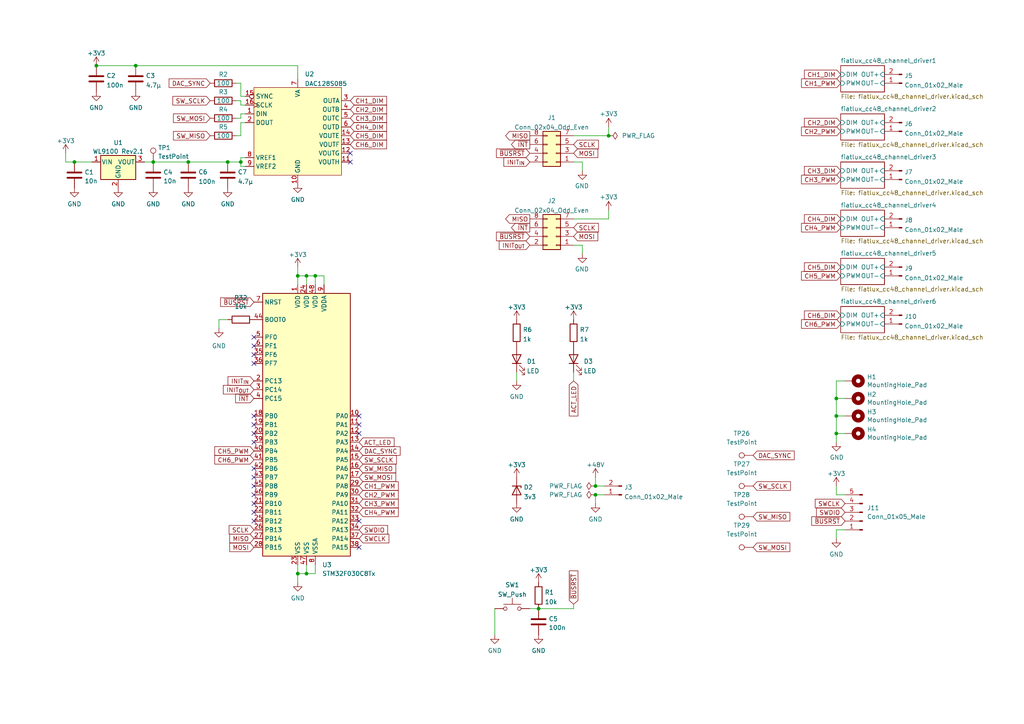
<source format=kicad_sch>
(kicad_sch (version 20211123) (generator eeschema)
  (paper "A4")
  (lib_symbols
    (symbol "Connector:Conn_01x02_Male" (pin_names (offset 1.016) hide)
      (property "Reference" "J" (at 0 2.54 0))
      (property "Value" "Conn_01x02_Male" (at 0 -5.08 0))
      (symbol "Conn_01x02_Male_1_1"
        (polyline (pts (xy 1.27 -2.54) (xy 0.8636 -2.54)) (stroke (width 0.1524)))
        (polyline (pts (xy 1.27 0) (xy 0.8636 0)) (stroke (width 0.1524)))
        (rectangle (start 0.8636 -2.413) (end 0 -2.667) (stroke (width 0.1524)) (fill (type outline)))
        (rectangle (start 0.8636 0.127) (end 0 -0.127) (stroke (width 0.1524)) (fill (type outline)))
        (pin passive line (at 5.08 0 180) (length 3.81) (name "Pin_1") (number "1"))
        (pin passive line (at 5.08 -2.54 180) (length 3.81) (name "Pin_2") (number "2"))
      )
    )
    (symbol "Connector:Conn_01x05_Male" (pin_names (offset 1.016) hide)
      (property "Reference" "J" (at 0 7.62 0))
      (property "Value" "Conn_01x05_Male" (at 0 -7.62 0))
      (symbol "Conn_01x05_Male_1_1"
        (polyline (pts (xy 1.27 -5.08) (xy 0.8636 -5.08)) (stroke (width 0.1524)))
        (polyline (pts (xy 1.27 -2.54) (xy 0.8636 -2.54)) (stroke (width 0.1524)))
        (polyline (pts (xy 1.27 0) (xy 0.8636 0)) (stroke (width 0.1524)))
        (polyline (pts (xy 1.27 2.54) (xy 0.8636 2.54)) (stroke (width 0.1524)))
        (polyline (pts (xy 1.27 5.08) (xy 0.8636 5.08)) (stroke (width 0.1524)))
        (rectangle (start 0.8636 -4.953) (end 0 -5.207) (stroke (width 0.1524)) (fill (type outline)))
        (rectangle (start 0.8636 -2.413) (end 0 -2.667) (stroke (width 0.1524)) (fill (type outline)))
        (rectangle (start 0.8636 0.127) (end 0 -0.127) (stroke (width 0.1524)) (fill (type outline)))
        (rectangle (start 0.8636 2.667) (end 0 2.413) (stroke (width 0.1524)) (fill (type outline)))
        (rectangle (start 0.8636 5.207) (end 0 4.953) (stroke (width 0.1524)) (fill (type outline)))
        (pin passive line (at 5.08 5.08 180) (length 3.81) (name "Pin_1") (number "1"))
        (pin passive line (at 5.08 2.54 180) (length 3.81) (name "Pin_2") (number "2"))
        (pin passive line (at 5.08 0 180) (length 3.81) (name "Pin_3") (number "3"))
        (pin passive line (at 5.08 -2.54 180) (length 3.81) (name "Pin_4") (number "4"))
        (pin passive line (at 5.08 -5.08 180) (length 3.81) (name "Pin_5") (number "5"))
      )
    )
    (symbol "Connector:TestPoint" (pin_numbers hide) (pin_names (offset 0.762) hide)
      (property "Reference" "TP" (at 0 6.858 0))
      (property "Value" "TestPoint" (at 0 5.08 0))
      (symbol "TestPoint_0_1"
        (circle (center 0 3.302) (radius 0.762))
      )
      (symbol "TestPoint_1_1"
        (pin passive line (at 0 0 90) (length 2.54) (name "1") (number "1"))
      )
    )
    (symbol "Connector_Generic:Conn_02x04_Odd_Even" (pin_names (offset 1.016) hide)
      (property "Reference" "J" (at 1.27 5.08 0))
      (property "Value" "Conn_02x04_Odd_Even" (at 1.27 -7.62 0))
      (symbol "Conn_02x04_Odd_Even_1_1"
        (rectangle (start -1.27 -4.953) (end 0 -5.207) (stroke (width 0.1524)))
        (rectangle (start -1.27 -2.413) (end 0 -2.667) (stroke (width 0.1524)))
        (rectangle (start -1.27 0.127) (end 0 -0.127) (stroke (width 0.1524)))
        (rectangle (start -1.27 2.667) (end 0 2.413) (stroke (width 0.1524)))
        (rectangle (start -1.27 3.81) (end 3.81 -6.35) (stroke (width 0.254)) (fill (type background)))
        (rectangle (start 3.81 -4.953) (end 2.54 -5.207) (stroke (width 0.1524)))
        (rectangle (start 3.81 -2.413) (end 2.54 -2.667) (stroke (width 0.1524)))
        (rectangle (start 3.81 0.127) (end 2.54 -0.127) (stroke (width 0.1524)))
        (rectangle (start 3.81 2.667) (end 2.54 2.413) (stroke (width 0.1524)))
        (pin passive line (at -5.08 2.54 0) (length 3.81) (name "Pin_1") (number "1"))
        (pin passive line (at 7.62 2.54 180) (length 3.81) (name "Pin_2") (number "2"))
        (pin passive line (at -5.08 0 0) (length 3.81) (name "Pin_3") (number "3"))
        (pin passive line (at 7.62 0 180) (length 3.81) (name "Pin_4") (number "4"))
        (pin passive line (at -5.08 -2.54 0) (length 3.81) (name "Pin_5") (number "5"))
        (pin passive line (at 7.62 -2.54 180) (length 3.81) (name "Pin_6") (number "6"))
        (pin passive line (at -5.08 -5.08 0) (length 3.81) (name "Pin_7") (number "7"))
        (pin passive line (at 7.62 -5.08 180) (length 3.81) (name "Pin_8") (number "8"))
      )
    )
    (symbol "Device:C" (pin_numbers hide) (pin_names (offset 0.254))
      (property "Reference" "C" (at 0.635 2.54 0))
      (property "Value" "C" (at 0.635 -2.54 0))
      (symbol "C_0_1"
        (polyline (pts (xy -2.032 -0.762) (xy 2.032 -0.762)) (stroke (width 0.508)))
        (polyline (pts (xy -2.032 0.762) (xy 2.032 0.762)) (stroke (width 0.508)))
      )
      (symbol "C_1_1"
        (pin passive line (at 0 3.81 270) (length 2.794) (name "~") (number "1"))
        (pin passive line (at 0 -3.81 90) (length 2.794) (name "~") (number "2"))
      )
    )
    (symbol "Device:D_Zener" (pin_numbers hide) (pin_names (offset 1.016) hide)
      (property "Reference" "D" (at 0 2.54 0))
      (property "Value" "D_Zener" (at 0 -2.54 0))
      (symbol "D_Zener_0_1"
        (polyline (pts (xy 1.27 0) (xy -1.27 0)))
        (polyline (pts (xy -1.27 -1.27) (xy -1.27 1.27) (xy -0.762 1.27)) (stroke (width 0.254)))
        (polyline (pts (xy 1.27 -1.27) (xy 1.27 1.27) (xy -1.27 0) (xy 1.27 -1.27)) (stroke (width 0.254)))
      )
      (symbol "D_Zener_1_1"
        (pin passive line (at -3.81 0 0) (length 2.54) (name "K") (number "1"))
        (pin passive line (at 3.81 0 180) (length 2.54) (name "A") (number "2"))
      )
    )
    (symbol "Device:LED" (pin_numbers hide) (pin_names (offset 1.016) hide)
      (property "Reference" "D" (at 0 2.54 0))
      (property "Value" "LED" (at 0 -2.54 0))
      (symbol "LED_0_1"
        (polyline (pts (xy -1.27 -1.27) (xy -1.27 1.27)) (stroke (width 0.254)))
        (polyline (pts (xy -1.27 0) (xy 1.27 0)))
        (polyline (pts (xy 1.27 -1.27) (xy 1.27 1.27) (xy -1.27 0) (xy 1.27 -1.27)) (stroke (width 0.254)))
        (polyline (pts (xy -3.048 -0.762) (xy -4.572 -2.286) (xy -3.81 -2.286) (xy -4.572 -2.286) (xy -4.572 -1.524)))
        (polyline (pts (xy -1.778 -0.762) (xy -3.302 -2.286) (xy -2.54 -2.286) (xy -3.302 -2.286) (xy -3.302 -1.524)))
      )
      (symbol "LED_1_1"
        (pin passive line (at -3.81 0 0) (length 2.54) (name "K") (number "1"))
        (pin passive line (at 3.81 0 180) (length 2.54) (name "A") (number "2"))
      )
    )
    (symbol "Device:R" (pin_numbers hide) (pin_names (offset 0))
      (property "Reference" "R" (at 2.032 0 90))
      (property "Value" "R" (at 0 0 90))
      (symbol "R_0_1"
        (rectangle (start -1.016 -2.54) (end 1.016 2.54) (stroke (width 0.254)))
      )
      (symbol "R_1_1"
        (pin passive line (at 0 3.81 270) (length 1.27) (name "~") (number "1"))
        (pin passive line (at 0 -3.81 90) (length 1.27) (name "~") (number "2"))
      )
    )
    (symbol "Library:DAC128S085"
      (property "Reference" "U" (at 0 -1.27 0))
      (property "Value" "DAC128S085" (at 0 1.27 0))
      (symbol "DAC128S085_0_1"
        (rectangle (start -12.7 12.7) (end 12.7 -12.7) (stroke (width 0.1524)) (fill (type background)))
      )
      (symbol "DAC128S085_1_1"
        (pin input line (at -15.24 5.08 0) (length 2.54) (name "DIN") (number "1"))
        (pin power_in line (at 0 -15.24 90) (length 2.54) (name "GND") (number "10"))
        (pin output line (at 15.24 -8.89 180) (length 2.54) (name "VOUTH") (number "11"))
        (pin output line (at 15.24 -6.35 180) (length 2.54) (name "VOUTG") (number "12"))
        (pin output line (at 15.24 -3.81 180) (length 2.54) (name "VOUTF") (number "13"))
        (pin output line (at 15.24 -1.27 180) (length 2.54) (name "VOUTE") (number "14"))
        (pin input inverted (at -15.24 10.16 0) (length 2.54) (name "SYNC") (number "15"))
        (pin input clock (at -15.24 7.62 0) (length 2.54) (name "SCLK") (number "16"))
        (pin output line (at -15.24 2.54 0) (length 2.54) (name "DOUT") (number "2"))
        (pin output line (at 15.24 8.89 180) (length 2.54) (name "OUTA") (number "3"))
        (pin output line (at 15.24 6.35 180) (length 2.54) (name "OUTB") (number "4"))
        (pin output line (at 15.24 3.81 180) (length 2.54) (name "OUTC") (number "5"))
        (pin output line (at 15.24 1.27 180) (length 2.54) (name "OUTD") (number "6"))
        (pin power_in line (at 0 15.24 270) (length 2.54) (name "VA") (number "7"))
        (pin input line (at -15.24 -7.62 0) (length 2.54) (name "VREF1") (number "8"))
        (pin input line (at -15.24 -10.16 0) (length 2.54) (name "VREF2") (number "9"))
      )
    )
    (symbol "MCU_ST_STM32F0:STM32F030C8Tx"
      (property "Reference" "U" (at -12.7 39.37 0))
      (property "Value" "STM32F030C8Tx" (at 7.62 39.37 0))
      (symbol "STM32F030C8Tx_0_1"
        (rectangle (start -12.7 -38.1) (end 12.7 38.1) (stroke (width 0.254)) (fill (type background)))
      )
      (symbol "STM32F030C8Tx_1_1"
        (pin power_in line (at -2.54 40.64 270) (length 2.54) (name "VDD") (number "1"))
        (pin bidirectional line (at 15.24 2.54 180) (length 2.54) (name "PA0") (number "10"))
        (pin bidirectional line (at 15.24 0 180) (length 2.54) (name "PA1") (number "11"))
        (pin bidirectional line (at 15.24 -2.54 180) (length 2.54) (name "PA2") (number "12"))
        (pin bidirectional line (at 15.24 -5.08 180) (length 2.54) (name "PA3") (number "13"))
        (pin bidirectional line (at 15.24 -7.62 180) (length 2.54) (name "PA4") (number "14"))
        (pin bidirectional line (at 15.24 -10.16 180) (length 2.54) (name "PA5") (number "15"))
        (pin bidirectional line (at 15.24 -12.7 180) (length 2.54) (name "PA6") (number "16"))
        (pin bidirectional line (at 15.24 -15.24 180) (length 2.54) (name "PA7") (number "17"))
        (pin bidirectional line (at -15.24 2.54 0) (length 2.54) (name "PB0") (number "18"))
        (pin bidirectional line (at -15.24 0 0) (length 2.54) (name "PB1") (number "19"))
        (pin bidirectional line (at -15.24 12.7 0) (length 2.54) (name "PC13") (number "2"))
        (pin bidirectional line (at -15.24 -2.54 0) (length 2.54) (name "PB2") (number "20"))
        (pin bidirectional line (at -15.24 -22.86 0) (length 2.54) (name "PB10") (number "21"))
        (pin bidirectional line (at -15.24 -25.4 0) (length 2.54) (name "PB11") (number "22"))
        (pin power_in line (at -2.54 -40.64 90) (length 2.54) (name "VSS") (number "23"))
        (pin power_in line (at 0 40.64 270) (length 2.54) (name "VDD") (number "24"))
        (pin bidirectional line (at -15.24 -27.94 0) (length 2.54) (name "PB12") (number "25"))
        (pin bidirectional line (at -15.24 -30.48 0) (length 2.54) (name "PB13") (number "26"))
        (pin bidirectional line (at -15.24 -33.02 0) (length 2.54) (name "PB14") (number "27"))
        (pin bidirectional line (at -15.24 -35.56 0) (length 2.54) (name "PB15") (number "28"))
        (pin bidirectional line (at 15.24 -17.78 180) (length 2.54) (name "PA8") (number "29"))
        (pin bidirectional line (at -15.24 10.16 0) (length 2.54) (name "PC14") (number "3"))
        (pin bidirectional line (at 15.24 -20.32 180) (length 2.54) (name "PA9") (number "30"))
        (pin bidirectional line (at 15.24 -22.86 180) (length 2.54) (name "PA10") (number "31"))
        (pin bidirectional line (at 15.24 -25.4 180) (length 2.54) (name "PA11") (number "32"))
        (pin bidirectional line (at 15.24 -27.94 180) (length 2.54) (name "PA12") (number "33"))
        (pin bidirectional line (at 15.24 -30.48 180) (length 2.54) (name "PA13") (number "34"))
        (pin bidirectional line (at -15.24 20.32 0) (length 2.54) (name "PF6") (number "35"))
        (pin bidirectional line (at -15.24 17.78 0) (length 2.54) (name "PF7") (number "36"))
        (pin bidirectional line (at 15.24 -33.02 180) (length 2.54) (name "PA14") (number "37"))
        (pin bidirectional line (at 15.24 -35.56 180) (length 2.54) (name "PA15") (number "38"))
        (pin bidirectional line (at -15.24 -5.08 0) (length 2.54) (name "PB3") (number "39"))
        (pin bidirectional line (at -15.24 7.62 0) (length 2.54) (name "PC15") (number "4"))
        (pin bidirectional line (at -15.24 -7.62 0) (length 2.54) (name "PB4") (number "40"))
        (pin bidirectional line (at -15.24 -10.16 0) (length 2.54) (name "PB5") (number "41"))
        (pin bidirectional line (at -15.24 -12.7 0) (length 2.54) (name "PB6") (number "42"))
        (pin bidirectional line (at -15.24 -15.24 0) (length 2.54) (name "PB7") (number "43"))
        (pin input line (at -15.24 30.48 0) (length 2.54) (name "BOOT0") (number "44"))
        (pin bidirectional line (at -15.24 -17.78 0) (length 2.54) (name "PB8") (number "45"))
        (pin bidirectional line (at -15.24 -20.32 0) (length 2.54) (name "PB9") (number "46"))
        (pin power_in line (at 0 -40.64 90) (length 2.54) (name "VSS") (number "47"))
        (pin power_in line (at 2.54 40.64 270) (length 2.54) (name "VDD") (number "48"))
        (pin input line (at -15.24 25.4 0) (length 2.54) (name "PF0") (number "5"))
        (pin input line (at -15.24 22.86 0) (length 2.54) (name "PF1") (number "6"))
        (pin input line (at -15.24 35.56 0) (length 2.54) (name "NRST") (number "7"))
        (pin power_in line (at 2.54 -40.64 90) (length 2.54) (name "VSSA") (number "8"))
        (pin power_in line (at 5.08 40.64 270) (length 2.54) (name "VDDA") (number "9"))
      )
    )
    (symbol "Mechanical:MountingHole_Pad" (pin_numbers hide) (pin_names (offset 1.016) hide)
      (property "Reference" "H" (at 0 6.35 0))
      (property "Value" "MountingHole_Pad" (at 0 4.445 0))
      (symbol "MountingHole_Pad_0_1"
        (circle (center 0 1.27) (radius 1.27) (stroke (width 1.27)))
      )
      (symbol "MountingHole_Pad_1_1"
        (pin input line (at 0 -2.54 90) (length 2.54) (name "1") (number "1"))
      )
    )
    (symbol "Regulator_Linear:AP2204R-3.0" (pin_names (offset 0.254))
      (property "Reference" "U" (at -5.08 3.175 0))
      (property "Value" "AP2204R-3.0" (at 0 3.175 0))
      (symbol "AP2204R-3.0_0_1"
        (rectangle (start -5.08 1.905) (end 5.08 -5.08) (stroke (width 0.254)) (fill (type background)))
      )
      (symbol "AP2204R-3.0_1_1"
        (pin power_in line (at -7.62 0 0) (length 2.54) (name "VIN") (number "1"))
        (pin power_in line (at 0 -7.62 90) (length 2.54) (name "GND") (number "2"))
        (pin power_out line (at 7.62 0 180) (length 2.54) (name "VOUT") (number "3"))
      )
    )
    (symbol "Switch:SW_Push" (pin_numbers hide) (pin_names (offset 1.016) hide)
      (property "Reference" "SW" (at 1.27 2.54 0))
      (property "Value" "SW_Push" (at 0 -1.524 0))
      (symbol "SW_Push_0_1"
        (circle (center -2.032 0) (radius 0.508))
        (polyline (pts (xy 0 1.27) (xy 0 3.048)))
        (polyline (pts (xy 2.54 1.27) (xy -2.54 1.27)))
        (circle (center 2.032 0) (radius 0.508))
        (pin passive line (at -5.08 0 0) (length 2.54) (name "1") (number "1"))
        (pin passive line (at 5.08 0 180) (length 2.54) (name "2") (number "2"))
      )
    )
    (symbol "library:DAC128S085"
      (property "Reference" "U2" (at 2.0194 16.6157 0))
      (property "Value" "DAC128S085" (at 2.0194 13.8406 0))
      (symbol "DAC128S085_0_1"
        (rectangle (start -12.7 12.7) (end 12.7 -12.7) (stroke (width 0.1524)) (fill (type background)))
      )
      (symbol "DAC128S085_1_1"
        (pin input line (at -15.24 5.08 0) (length 2.54) (name "DIN") (number "1"))
        (pin power_in line (at 0 -15.24 90) (length 2.54) (name "GND") (number "10"))
        (pin output line (at 15.24 -8.89 180) (length 2.54) (name "VOUTH") (number "11"))
        (pin output line (at 15.24 -6.35 180) (length 2.54) (name "VOUTG") (number "12"))
        (pin output line (at 15.24 -3.81 180) (length 2.54) (name "VOUTF") (number "13"))
        (pin output line (at 15.24 -1.27 180) (length 2.54) (name "VOUTE") (number "14"))
        (pin input inverted (at -15.24 10.16 0) (length 2.54) (name "SYNC") (number "15"))
        (pin input clock (at -15.24 7.62 0) (length 2.54) (name "SCLK") (number "16"))
        (pin output line (at -15.24 2.54 0) (length 2.54) (name "DOUT") (number "2"))
        (pin output line (at 15.24 8.89 180) (length 2.54) (name "OUTA") (number "3"))
        (pin output line (at 15.24 6.35 180) (length 2.54) (name "OUTB") (number "4"))
        (pin output line (at 15.24 3.81 180) (length 2.54) (name "OUTC") (number "5"))
        (pin output line (at 15.24 1.27 180) (length 2.54) (name "OUTD") (number "6"))
        (pin power_in line (at 0 15.24 270) (length 2.54) (name "VA") (number "7"))
        (pin input line (at -15.24 -7.62 0) (length 2.54) (name "VREF1") (number "8"))
        (pin input line (at -15.24 -10.16 0) (length 2.54) (name "VREF2") (number "9"))
      )
    )
    (symbol "power:+3.3V" (power) (pin_names (offset 0))
      (property "Value" "+3.3V" (at 0 3.556 0))
      (symbol "+3.3V_0_1"
        (polyline (pts (xy -0.762 1.27) (xy 0 2.54)))
        (polyline (pts (xy 0 0) (xy 0 2.54)))
        (polyline (pts (xy 0 2.54) (xy 0.762 1.27)))
      )
      (symbol "+3.3V_1_1"
        (pin power_in line (at 0 0 90) (length 0) hide (name "+3V3") (number "1"))
      )
    )
    (symbol "power:+3V3" (power) (pin_names (offset 0))
      (property "Value" "+3V3" (at 0 3.556 0))
      (symbol "+3V3_0_1"
        (polyline (pts (xy -0.762 1.27) (xy 0 2.54)))
        (polyline (pts (xy 0 0) (xy 0 2.54)))
        (polyline (pts (xy 0 2.54) (xy 0.762 1.27)))
      )
      (symbol "+3V3_1_1"
        (pin power_in line (at 0 0 90) (length 0) hide (name "+3V3") (number "1"))
      )
    )
    (symbol "power:+48V" (power) (pin_names (offset 0))
      (property "Value" "+48V" (at 0 3.556 0))
      (symbol "+48V_0_1"
        (polyline (pts (xy -0.762 1.27) (xy 0 2.54)))
        (polyline (pts (xy 0 0) (xy 0 2.54)))
        (polyline (pts (xy 0 2.54) (xy 0.762 1.27)))
      )
      (symbol "+48V_1_1"
        (pin power_in line (at 0 0 90) (length 0) hide (name "+48V") (number "1"))
      )
    )
    (symbol "power:GND" (power) (pin_names (offset 0))
      (property "Value" "GND" (at 0 -3.81 0))
      (symbol "GND_0_1"
        (polyline (pts (xy 0 0) (xy 0 -1.27) (xy 1.27 -1.27) (xy 0 -2.54) (xy -1.27 -1.27) (xy 0 -1.27)))
      )
      (symbol "GND_1_1"
        (pin power_in line (at 0 0 270) (length 0) hide (name "GND") (number "1"))
      )
    )
    (symbol "power:PWR_FLAG" (power) (pin_numbers hide) (pin_names (offset 0) hide)
      (property "Value" "PWR_FLAG" (at 0 3.81 0))
      (symbol "PWR_FLAG_0_0"
        (pin power_out line (at 0 0 90) (length 0) (name "pwr") (number "1"))
      )
      (symbol "PWR_FLAG_0_1"
        (polyline (pts (xy 0 0) (xy 0 1.27) (xy -1.016 1.905) (xy 0 2.54) (xy 1.016 1.905) (xy 0 1.27)))
      )
    )
  )
  (junction (at 44.45 46.99))
  (junction (at 242.57 115.57))
  (junction (at 172.72 140.97))
  (junction (at 66.04 46.99))
  (junction (at 39.37 19.05))
  (junction (at 88.9 166.37))
  (junction (at 69.85 46.99))
  (junction (at 88.9 80.01))
  (junction (at 86.36 166.37))
  (junction (at 21.59 46.99))
  (junction (at 242.57 125.73))
  (junction (at 172.72 143.51))
  (junction (at 54.61 46.99))
  (junction (at 91.44 80.01))
  (junction (at 27.94 19.05))
  (junction (at 242.57 120.65))
  (junction (at 156.21 176.53))
  (junction (at 176.53 39.37))
  (junction (at 86.36 80.01))
  (no_connect (at 101.6 44.45))
  (no_connect (at 101.6 46.99))
  (no_connect (at 104.14 151.13))
  (no_connect (at 104.14 158.75))
  (no_connect (at 104.14 125.73))
  (no_connect (at 104.14 123.19))
  (no_connect (at 104.14 120.65))
  (no_connect (at 73.66 97.79))
  (no_connect (at 73.66 100.33))
  (no_connect (at 73.66 102.87))
  (no_connect (at 73.66 105.41))
  (no_connect (at 73.66 120.65))
  (no_connect (at 73.66 123.19))
  (no_connect (at 73.66 125.73))
  (no_connect (at 73.66 128.27))
  (no_connect (at 73.66 135.89))
  (no_connect (at 73.66 138.43))
  (no_connect (at 73.66 140.97))
  (no_connect (at 73.66 143.51))
  (no_connect (at 73.66 146.05))
  (no_connect (at 73.66 148.59))
  (no_connect (at 73.66 151.13))
  (wire (pts (xy 88.9 80.01) (xy 91.44 80.01)))
  (wire (pts (xy 69.85 27.94) (xy 69.85 24.13)))
  (wire (pts (xy 86.36 19.05) (xy 86.36 22.86)))
  (wire (pts (xy 27.94 19.05) (xy 39.37 19.05)))
  (wire (pts (xy 69.85 46.99) (xy 69.85 48.26)))
  (wire (pts (xy 176.53 36.83) (xy 176.53 39.37)))
  (wire (pts (xy 69.85 39.37) (xy 68.58 39.37)))
  (wire (pts (xy 39.37 19.05) (xy 86.36 19.05)))
  (wire (pts (xy 19.05 46.99) (xy 21.59 46.99)))
  (wire (pts (xy 242.57 115.57) (xy 242.57 120.65)))
  (wire (pts (xy 69.85 24.13) (xy 68.58 24.13)))
  (wire (pts (xy 242.57 115.57) (xy 245.11 115.57)))
  (wire (pts (xy 166.37 46.99) (xy 168.91 46.99)))
  (wire (pts (xy 66.04 92.71) (xy 63.5 92.71)))
  (wire (pts (xy 88.9 166.37) (xy 91.44 166.37)))
  (wire (pts (xy 69.85 45.72) (xy 69.85 46.99)))
  (wire (pts (xy 86.36 77.47) (xy 86.36 80.01)))
  (wire (pts (xy 66.04 46.99) (xy 69.85 46.99)))
  (wire (pts (xy 172.72 140.97) (xy 175.26 140.97)))
  (wire (pts (xy 242.57 125.73) (xy 242.57 128.27)))
  (wire (pts (xy 44.45 46.99) (xy 54.61 46.99)))
  (wire (pts (xy 176.53 39.37) (xy 166.37 39.37)))
  (wire (pts (xy 242.57 143.51) (xy 245.11 143.51)))
  (wire (pts (xy 41.91 46.99) (xy 44.45 46.99)))
  (wire (pts (xy 242.57 120.65) (xy 245.11 120.65)))
  (wire (pts (xy 168.91 46.99) (xy 168.91 49.53)))
  (wire (pts (xy 69.85 45.72) (xy 71.12 45.72)))
  (wire (pts (xy 242.57 153.67) (xy 245.11 153.67)))
  (wire (pts (xy 156.21 176.53) (xy 166.37 176.53)))
  (wire (pts (xy 86.36 80.01) (xy 88.9 80.01)))
  (wire (pts (xy 21.59 46.99) (xy 26.67 46.99)))
  (wire (pts (xy 175.26 143.51) (xy 172.72 143.51)))
  (wire (pts (xy 69.85 30.48) (xy 71.12 30.48)))
  (wire (pts (xy 168.91 71.12) (xy 168.91 73.66)))
  (wire (pts (xy 153.67 176.53) (xy 156.21 176.53)))
  (wire (pts (xy 242.57 110.49) (xy 242.57 115.57)))
  (wire (pts (xy 143.51 176.53) (xy 143.51 184.15)))
  (wire (pts (xy 176.53 63.5) (xy 166.37 63.5)))
  (wire (pts (xy 172.72 138.43) (xy 172.72 140.97)))
  (wire (pts (xy 88.9 163.83) (xy 88.9 166.37)))
  (wire (pts (xy 71.12 48.26) (xy 69.85 48.26)))
  (wire (pts (xy 69.85 33.02) (xy 69.85 34.29)))
  (wire (pts (xy 71.12 33.02) (xy 69.85 33.02)))
  (wire (pts (xy 69.85 29.21) (xy 69.85 30.48)))
  (wire (pts (xy 91.44 166.37) (xy 91.44 163.83)))
  (wire (pts (xy 63.5 92.71) (xy 63.5 95.25)))
  (wire (pts (xy 176.53 60.96) (xy 176.53 63.5)))
  (wire (pts (xy 149.86 107.95) (xy 149.86 110.49)))
  (wire (pts (xy 245.11 110.49) (xy 242.57 110.49)))
  (wire (pts (xy 71.12 27.94) (xy 69.85 27.94)))
  (wire (pts (xy 86.36 166.37) (xy 88.9 166.37)))
  (wire (pts (xy 71.12 35.56) (xy 69.85 35.56)))
  (wire (pts (xy 86.36 166.37) (xy 86.36 168.91)))
  (wire (pts (xy 68.58 34.29) (xy 69.85 34.29)))
  (wire (pts (xy 172.72 143.51) (xy 172.72 146.05)))
  (wire (pts (xy 91.44 80.01) (xy 91.44 82.55)))
  (wire (pts (xy 86.36 163.83) (xy 86.36 166.37)))
  (wire (pts (xy 166.37 71.12) (xy 168.91 71.12)))
  (wire (pts (xy 245.11 125.73) (xy 242.57 125.73)))
  (wire (pts (xy 166.37 175.26) (xy 166.37 176.53)))
  (wire (pts (xy 91.44 80.01) (xy 93.98 80.01)))
  (wire (pts (xy 242.57 153.67) (xy 242.57 156.21)))
  (wire (pts (xy 68.58 29.21) (xy 69.85 29.21)))
  (wire (pts (xy 88.9 80.01) (xy 88.9 82.55)))
  (wire (pts (xy 19.05 46.99) (xy 19.05 44.45)))
  (wire (pts (xy 242.57 120.65) (xy 242.57 125.73)))
  (wire (pts (xy 166.37 107.95) (xy 166.37 110.49)))
  (wire (pts (xy 93.98 80.01) (xy 93.98 82.55)))
  (wire (pts (xy 54.61 46.99) (xy 66.04 46.99)))
  (wire (pts (xy 242.57 140.97) (xy 242.57 143.51)))
  (wire (pts (xy 69.85 35.56) (xy 69.85 39.37)))
  (wire (pts (xy 86.36 82.55) (xy 86.36 80.01)))
  (global_label "CH6_DIM" (shape input) (at 243.84 91.44 180) (property "Intersheet References" "${INTERSHEET_REFS}" (effects hide)))
  (global_label "SW_SCLK" (shape input) (at 60.96 29.21 180) (property "Intersheet References" "${INTERSHEET_REFS}" (effects hide)))
  (global_label "INIT_{OUT}" (shape input) (at 153.67 71.12 180) (property "Referenzen zwischen Schaltplänen" "${INTERSHEET_REFS}" (effects hide)))
  (global_label "~{BUSRST}" (shape input) (at 73.66 87.63 180) (property "Referenzen zwischen Schaltplänen" "${INTERSHEET_REFS}" (effects hide)))
  (global_label "SWCLK" (shape input) (at 104.14 156.21 0) (property "Intersheet References" "${INTERSHEET_REFS}" (effects hide)))
  (global_label "CH2_DIM" (shape input) (at 101.6 31.75 0) (property "Intersheet References" "${INTERSHEET_REFS}" (effects hide)))
  (global_label "CH5_PWM" (shape input) (at 73.66 130.81 180) (property "Intersheet References" "${INTERSHEET_REFS}" (effects hide)))
  (global_label "CH5_DIM" (shape input) (at 243.84 77.47 180) (property "Intersheet References" "${INTERSHEET_REFS}" (effects hide)))
  (global_label "SWDIO" (shape input) (at 104.14 153.67 0) (property "Intersheet References" "${INTERSHEET_REFS}" (effects hide)))
  (global_label "SWDIO" (shape input) (at 245.11 148.59 180) (property "Intersheet References" "${INTERSHEET_REFS}" (effects hide)))
  (global_label "SCLK" (shape input) (at 166.37 66.04 0) (property "Referenzen zwischen Schaltplänen" "${INTERSHEET_REFS}" (effects hide)))
  (global_label "MOSI" (shape input) (at 166.37 68.58 0) (property "Referenzen zwischen Schaltplänen" "${INTERSHEET_REFS}" (effects hide)))
  (global_label "SW_MISO" (shape input) (at 104.14 135.89 0) (property "Intersheet References" "${INTERSHEET_REFS}" (effects hide)))
  (global_label "SW_MOSI" (shape input) (at 104.14 138.43 0) (property "Intersheet References" "${INTERSHEET_REFS}" (effects hide)))
  (global_label "CH2_PWM" (shape input) (at 104.14 143.51 0) (property "Intersheet References" "${INTERSHEET_REFS}" (effects hide)))
  (global_label "CH4_PWM" (shape input) (at 104.14 148.59 0) (property "Intersheet References" "${INTERSHEET_REFS}" (effects hide)))
  (global_label "ACT_LED" (shape input) (at 166.37 110.49 270) (property "Intersheet References" "${INTERSHEET_REFS}" (effects hide)))
  (global_label "INIT_{IN}" (shape input) (at 153.67 46.99 180) (property "Referenzen zwischen Schaltplänen" "${INTERSHEET_REFS}" (effects hide)))
  (global_label "SCLK" (shape input) (at 166.37 41.91 0) (property "Referenzen zwischen Schaltplänen" "${INTERSHEET_REFS}" (effects hide)))
  (global_label "MOSI" (shape input) (at 166.37 44.45 0) (property "Referenzen zwischen Schaltplänen" "${INTERSHEET_REFS}" (effects hide)))
  (global_label "~{INT}" (shape output) (at 153.67 41.91 180) (property "Referenzen zwischen Schaltplänen" "${INTERSHEET_REFS}" (effects hide)))
  (global_label "CH1_DIM" (shape input) (at 101.6 29.21 0) (property "Intersheet References" "${INTERSHEET_REFS}" (effects hide)))
  (global_label "SW_SCLK" (shape input) (at 218.44 140.97 0) (property "Intersheet References" "${INTERSHEET_REFS}" (effects hide)))
  (global_label "CH3_DIM" (shape input) (at 101.6 34.29 0) (property "Intersheet References" "${INTERSHEET_REFS}" (effects hide)))
  (global_label "SW_MOSI" (shape input) (at 60.96 34.29 180) (property "Intersheet References" "${INTERSHEET_REFS}" (effects hide)))
  (global_label "MISO" (shape output) (at 153.67 63.5 180) (property "Referenzen zwischen Schaltplänen" "${INTERSHEET_REFS}" (effects hide)))
  (global_label "~{INT}" (shape output) (at 153.67 66.04 180) (property "Referenzen zwischen Schaltplänen" "${INTERSHEET_REFS}" (effects hide)))
  (global_label "SWCLK" (shape input) (at 245.11 146.05 180) (property "Intersheet References" "${INTERSHEET_REFS}" (effects hide)))
  (global_label "CH6_PWM" (shape input) (at 243.84 93.98 180) (property "Intersheet References" "${INTERSHEET_REFS}" (effects hide)))
  (global_label "CH3_DIM" (shape input) (at 243.84 49.53 180) (property "Intersheet References" "${INTERSHEET_REFS}" (effects hide)))
  (global_label "CH3_PWM" (shape input) (at 104.14 146.05 0) (property "Intersheet References" "${INTERSHEET_REFS}" (effects hide)))
  (global_label "CH1_PWM" (shape input) (at 104.14 140.97 0) (property "Intersheet References" "${INTERSHEET_REFS}" (effects hide)))
  (global_label "MOSI" (shape input) (at 73.66 158.75 180) (property "Intersheet References" "${INTERSHEET_REFS}" (effects hide)))
  (global_label "SW_SCLK" (shape input) (at 104.14 133.35 0) (property "Intersheet References" "${INTERSHEET_REFS}" (effects hide)))
  (global_label "CH4_DIM" (shape input) (at 243.84 63.5 180) (property "Intersheet References" "${INTERSHEET_REFS}" (effects hide)))
  (global_label "DAC_SYNC" (shape input) (at 60.96 24.13 180) (property "Intersheet References" "${INTERSHEET_REFS}" (effects hide)))
  (global_label "SCLK" (shape input) (at 73.66 153.67 180) (property "Intersheet References" "${INTERSHEET_REFS}" (effects hide)))
  (global_label "~{BUSRST}" (shape input) (at 153.67 44.45 180) (property "Referenzen zwischen Schaltplänen" "${INTERSHEET_REFS}" (effects hide)))
  (global_label "CH3_PWM" (shape input) (at 243.84 52.07 180) (property "Intersheet References" "${INTERSHEET_REFS}" (effects hide)))
  (global_label "DAC_SYNC" (shape input) (at 104.14 130.81 0) (property "Intersheet References" "${INTERSHEET_REFS}" (effects hide)))
  (global_label "MISO" (shape output) (at 153.67 39.37 180) (property "Referenzen zwischen Schaltplänen" "${INTERSHEET_REFS}" (effects hide)))
  (global_label "CH5_DIM" (shape input) (at 101.6 39.37 0) (property "Intersheet References" "${INTERSHEET_REFS}" (effects hide)))
  (global_label "INIT_{IN}" (shape input) (at 73.66 110.49 180) (property "Intersheet References" "${INTERSHEET_REFS}" (effects hide)))
  (global_label "DAC_SYNC" (shape input) (at 218.44 132.08 0) (property "Intersheet References" "${INTERSHEET_REFS}" (effects hide)))
  (global_label "~{BUSRST}" (shape input) (at 166.37 175.26 90) (property "Referenzen zwischen Schaltplänen" "${INTERSHEET_REFS}" (effects hide)))
  (global_label "CH2_PWM" (shape input) (at 243.84 38.1 180) (property "Intersheet References" "${INTERSHEET_REFS}" (effects hide)))
  (global_label "SW_MISO" (shape input) (at 218.44 149.86 0) (property "Intersheet References" "${INTERSHEET_REFS}" (effects hide)))
  (global_label "SW_MISO" (shape input) (at 60.96 39.37 180) (property "Intersheet References" "${INTERSHEET_REFS}" (effects hide)))
  (global_label "INIT_{OUT}" (shape input) (at 73.66 113.03 180) (property "Intersheet References" "${INTERSHEET_REFS}" (effects hide)))
  (global_label "CH5_PWM" (shape input) (at 243.84 80.01 180) (property "Intersheet References" "${INTERSHEET_REFS}" (effects hide)))
  (global_label "CH2_DIM" (shape input) (at 243.84 35.56 180) (property "Intersheet References" "${INTERSHEET_REFS}" (effects hide)))
  (global_label "CH4_PWM" (shape input) (at 243.84 66.04 180) (property "Intersheet References" "${INTERSHEET_REFS}" (effects hide)))
  (global_label "CH6_PWM" (shape input) (at 73.66 133.35 180) (property "Intersheet References" "${INTERSHEET_REFS}" (effects hide)))
  (global_label "~{INT}" (shape input) (at 73.66 115.57 180) (property "Intersheet References" "${INTERSHEET_REFS}" (effects hide)))
  (global_label "~{BUSRST}" (shape input) (at 245.11 151.13 180) (property "Referenzen zwischen Schaltplänen" "${INTERSHEET_REFS}" (effects hide)))
  (global_label "CH6_DIM" (shape input) (at 101.6 41.91 0) (property "Intersheet References" "${INTERSHEET_REFS}" (effects hide)))
  (global_label "ACT_LED" (shape input) (at 104.14 128.27 0) (property "Intersheet References" "${INTERSHEET_REFS}" (effects hide)))
  (global_label "MISO" (shape input) (at 73.66 156.21 180) (property "Intersheet References" "${INTERSHEET_REFS}" (effects hide)))
  (global_label "CH1_PWM" (shape input) (at 243.84 24.13 180) (property "Intersheet References" "${INTERSHEET_REFS}" (effects hide)))
  (global_label "SW_MOSI" (shape input) (at 218.44 158.75 0) (property "Intersheet References" "${INTERSHEET_REFS}" (effects hide)))
  (global_label "CH1_DIM" (shape input) (at 243.84 21.59 180) (property "Intersheet References" "${INTERSHEET_REFS}" (effects hide)))
  (global_label "~{BUSRST}" (shape input) (at 153.67 68.58 180) (property "Referenzen zwischen Schaltplänen" "${INTERSHEET_REFS}" (effects hide)))
  (global_label "CH4_DIM" (shape input) (at 101.6 36.83 0) (property "Intersheet References" "${INTERSHEET_REFS}" (effects hide)))
  (symbol (lib_id "Mechanical:MountingHole_Pad") (at 247.65 125.73 270) (unit 1)
    (property "Reference" "H4" (at 251.46 124.5616 90) (effects (justify left)))
    (property "Value" "MountingHole_Pad" (at 251.46 126.873 90) (effects (justify left)))
    (property "Footprint" "MountingHole:MountingHole_2.2mm_M2_Pad_Via" (effects hide))
    (property "LCSC" "-" (effects hide))
  )
  (symbol (lib_id "Device:LED") (at 166.37 104.14 90) (unit 1)
    (property "Reference" "D3" (at 169.291 104.819 90) (effects (justify right)))
    (property "Value" "LED" (at 169.291 107.5941 90) (effects (justify right)))
    (property "Footprint" "LED_SMD:LED_0805_2012Metric" (effects hide))
  )
  (symbol (lib_id "power:PWR_FLAG") (at 172.72 140.97 90) (unit 1)
    (property "Reference" "#FLG01" (effects hide))
    (property "Value" "PWR_FLAG" (at 168.91 140.9699 90) (effects (justify left)))
  )
  (symbol (lib_id "Device:C") (at 21.59 50.8 0) (unit 1)
    (property "Reference" "C1" (at 24.511 49.9653 0) (effects (justify left)))
    (property "Value" "10n" (at 24.511 52.5022 0) (effects (justify left)))
    (property "Footprint" "Capacitor_SMD:C_0805_2012Metric" (effects hide))
  )
  (symbol (lib_id "Device:D_Zener") (at 149.86 142.24 270) (unit 1)
    (property "Reference" "D2" (at 151.892 141.3315 90) (effects (justify left)))
    (property "Value" "3v3" (at 151.892 144.1066 90) (effects (justify left)))
    (property "Footprint" "Diode_SMD:D_MiniMELF" (effects hide))
  )
  (symbol (lib_id "Device:R") (at 69.85 92.71 270) (unit 1)
    (property "Reference" "R32" (at 69.85 86.36 90))
    (property "Value" "10k" (at 69.85 88.9 90))
    (property "Footprint" "Resistor_SMD:R_0603_1608Metric" (effects hide))
  )
  (symbol (lib_id "Connector:TestPoint") (at 44.45 46.99 0) (unit 1)
    (property "Reference" "TP1" (at 45.847 42.8533 0) (effects (justify left)))
    (property "Value" "TestPoint" (at 45.847 45.3902 0) (effects (justify left)))
    (property "Footprint" "TestPoint:TestPoint_Pad_D1.0mm" (effects hide))
  )
  (symbol (lib_id "Device:C") (at 27.94 22.86 0) (unit 1)
    (property "Reference" "C2" (at 30.861 21.9515 0) (effects (justify left)))
    (property "Value" "100n" (at 30.861 24.7266 0) (effects (justify left)))
    (property "Footprint" "Capacitor_SMD:C_0805_2012Metric" (effects hide))
  )
  (symbol (lib_id "power:GND") (at 66.04 54.61 0) (unit 1)
    (property "Reference" "#PWR012" (effects hide))
    (property "Value" "GND" (at 66.04 59.1725 0))
  )
  (symbol (lib_id "Device:R") (at 149.86 96.52 0) (unit 1)
    (property "Reference" "R6" (at 151.638 95.6115 0) (effects (justify left)))
    (property "Value" "1k" (at 151.638 98.3866 0) (effects (justify left)))
    (property "Footprint" "Resistor_SMD:R_0603_1608Metric" (effects hide))
  )
  (symbol (lib_id "Connector:TestPoint") (at 218.44 149.86 90) (unit 1)
    (property "Reference" "TP28" (at 215.138 143.51 90))
    (property "Value" "TestPoint" (at 215.138 146.05 90))
    (property "Footprint" "TestPoint:TestPoint_Pad_D1.0mm" (effects hide))
  )
  (symbol (lib_id "Connector:Conn_01x02_Male") (at 261.62 38.1 180) (unit 1)
    (property "Reference" "J6" (at 262.3312 35.9215 0) (effects (justify right)))
    (property "Value" "Conn_01x02_Male" (at 262.3312 38.6966 0) (effects (justify right)))
    (property "Footprint" "TerminalBlock:TerminalBlock_bornier-2_P5.08mm" (effects hide))
  )
  (symbol (lib_id "Connector:Conn_01x02_Male") (at 180.34 143.51 180) (unit 1)
    (property "Reference" "J3" (at 181.0512 141.3315 0) (effects (justify right)))
    (property "Value" "Conn_01x02_Male" (at 181.0512 144.1066 0) (effects (justify right)))
    (property "Footprint" "TerminalBlock:TerminalBlock_bornier-2_P5.08mm" (effects hide))
  )
  (symbol (lib_id "power:+3V3") (at 19.05 44.45 0) (unit 1)
    (property "Reference" "#PWR01" (effects hide))
    (property "Value" "+3V3" (at 19.05 40.8455 0))
  )
  (symbol (lib_id "Mechanical:MountingHole_Pad") (at 247.65 115.57 270) (unit 1)
    (property "Reference" "H2" (at 251.46 114.4016 90) (effects (justify left)))
    (property "Value" "MountingHole_Pad" (at 251.46 116.713 90) (effects (justify left)))
    (property "Footprint" "MountingHole:MountingHole_2.2mm_M2_Pad_Via" (effects hide))
    (property "LCSC" "-" (effects hide))
  )
  (symbol (lib_id "Connector:TestPoint") (at 218.44 158.75 90) (unit 1)
    (property "Reference" "TP29" (at 215.138 152.4 90))
    (property "Value" "TestPoint" (at 215.138 154.94 90))
    (property "Footprint" "TestPoint:TestPoint_Pad_D1.0mm" (effects hide))
  )
  (symbol (lib_id "power:GND") (at 39.37 26.67 0) (unit 1)
    (property "Reference" "#PWR07" (effects hide))
    (property "Value" "GND" (at 39.37 31.2325 0))
  )
  (symbol (lib_id "Device:R") (at 166.37 96.52 0) (unit 1)
    (property "Reference" "R7" (at 168.148 95.6115 0) (effects (justify left)))
    (property "Value" "1k" (at 168.148 98.3866 0) (effects (justify left)))
    (property "Footprint" "Resistor_SMD:R_0603_1608Metric" (effects hide))
  )
  (symbol (lib_id "Connector:Conn_01x02_Male") (at 261.62 80.01 180) (unit 1)
    (property "Reference" "J9" (at 262.3312 77.8315 0) (effects (justify right)))
    (property "Value" "Conn_01x02_Male" (at 262.3312 80.6066 0) (effects (justify right)))
    (property "Footprint" "TerminalBlock:TerminalBlock_bornier-2_P5.08mm" (effects hide))
  )
  (symbol (lib_id "Connector:TestPoint") (at 218.44 140.97 90) (unit 1)
    (property "Reference" "TP27" (at 215.138 134.62 90))
    (property "Value" "TestPoint" (at 215.138 137.16 90))
    (property "Footprint" "TestPoint:TestPoint_Pad_D1.0mm" (effects hide))
  )
  (symbol (lib_id "power:GND") (at 242.57 128.27 0) (unit 1)
    (property "Reference" "#PWR029" (effects hide))
    (property "Value" "GND" (at 242.697 132.6642 0))
  )
  (symbol (lib_id "Device:C") (at 66.04 50.8 0) (unit 1)
    (property "Reference" "C7" (at 68.961 49.8915 0) (effects (justify left)))
    (property "Value" "4.7µ" (at 68.961 52.6666 0) (effects (justify left)))
    (property "Footprint" "Capacitor_SMD:C_0805_2012Metric" (effects hide))
  )
  (symbol (lib_id "power:+3V3") (at 242.57 140.97 0) (unit 1)
    (property "Reference" "#PWR0102" (effects hide))
    (property "Value" "+3V3" (at 242.57 137.3655 0))
  )
  (symbol (lib_id "Connector:Conn_01x02_Male") (at 261.62 66.04 180) (unit 1)
    (property "Reference" "J8" (at 262.3312 63.8615 0) (effects (justify right)))
    (property "Value" "Conn_01x02_Male" (at 262.3312 66.6366 0) (effects (justify right)))
    (property "Footprint" "TerminalBlock:TerminalBlock_bornier-2_P5.08mm" (effects hide))
  )
  (symbol (lib_id "power:GND") (at 27.94 26.67 0) (unit 1)
    (property "Reference" "#PWR04" (effects hide))
    (property "Value" "GND" (at 27.94 31.2325 0))
  )
  (symbol (lib_id "Device:C") (at 54.61 50.8 0) (unit 1)
    (property "Reference" "C6" (at 57.531 49.8915 0) (effects (justify left)))
    (property "Value" "100n" (at 57.531 52.6666 0) (effects (justify left)))
    (property "Footprint" "Capacitor_SMD:C_0805_2012Metric" (effects hide))
  )
  (symbol (lib_id "Device:C") (at 44.45 50.8 0) (unit 1)
    (property "Reference" "C4" (at 47.371 49.9653 0) (effects (justify left)))
    (property "Value" "10n" (at 47.371 52.5022 0) (effects (justify left)))
    (property "Footprint" "Capacitor_SMD:C_0805_2012Metric" (effects hide))
  )
  (symbol (lib_id "power:+48V") (at 172.72 138.43 0) (unit 1)
    (property "Reference" "#PWR024" (effects hide))
    (property "Value" "+48V" (at 172.72 134.8255 0))
  )
  (symbol (lib_id "Device:R") (at 64.77 24.13 90) (unit 1)
    (property "Reference" "R2" (at 64.77 21.59 90))
    (property "Value" "100" (at 64.77 24.13 90))
    (property "Footprint" "Resistor_SMD:R_0603_1608Metric" (effects hide))
  )
  (symbol (lib_id "power:GND") (at 242.57 156.21 0) (unit 1)
    (property "Reference" "#PWR0103" (effects hide))
    (property "Value" "GND" (at 242.57 160.7725 0))
  )
  (symbol (lib_id "power:GND") (at 63.5 95.25 0) (unit 1)
    (property "Reference" "#PWR0101" (effects hide))
    (property "Value" "GND" (at 63.5 100.33 0))
  )
  (symbol (lib_id "Device:C") (at 156.21 180.34 0) (unit 1)
    (property "Reference" "C5" (at 159.131 179.5053 0) (effects (justify left)))
    (property "Value" "100n" (at 159.131 182.0422 0) (effects (justify left)))
    (property "Footprint" "Capacitor_SMD:C_0805_2012Metric" (effects hide))
  )
  (symbol (lib_id "Connector:Conn_01x02_Male") (at 261.62 52.07 180) (unit 1)
    (property "Reference" "J7" (at 262.3312 49.8915 0) (effects (justify right)))
    (property "Value" "Conn_01x02_Male" (at 262.3312 52.6666 0) (effects (justify right)))
    (property "Footprint" "TerminalBlock:TerminalBlock_bornier-2_P5.08mm" (effects hide))
  )
  (symbol (lib_id "Device:R") (at 64.77 39.37 90) (unit 1)
    (property "Reference" "R5" (at 64.77 36.83 90))
    (property "Value" "100" (at 64.77 39.37 90))
    (property "Footprint" "Resistor_SMD:R_0603_1608Metric" (effects hide))
  )
  (symbol (lib_id "Mechanical:MountingHole_Pad") (at 247.65 120.65 270) (unit 1)
    (property "Reference" "H3" (at 251.46 119.4816 90) (effects (justify left)))
    (property "Value" "MountingHole_Pad" (at 251.46 121.793 90) (effects (justify left)))
    (property "Footprint" "MountingHole:MountingHole_2.2mm_M2_Pad_Via" (effects hide))
    (property "LCSC" "-" (effects hide))
  )
  (symbol (lib_id "power:GND") (at 168.91 49.53 0) (mirror y) (unit 1)
    (property "Reference" "#PWR022" (effects hide))
    (property "Value" "GND" (at 168.783 53.9242 0))
  )
  (symbol (lib_id "power:GND") (at 143.51 184.15 0) (unit 1)
    (property "Reference" "#PWR06" (effects hide))
    (property "Value" "GND" (at 143.51 188.7125 0))
  )
  (symbol (lib_id "Connector:Conn_01x02_Male") (at 261.62 93.98 180) (unit 1)
    (property "Reference" "J10" (at 262.3312 91.8015 0) (effects (justify right)))
    (property "Value" "Conn_01x02_Male" (at 262.3312 94.5766 0) (effects (justify right)))
    (property "Footprint" "TerminalBlock:TerminalBlock_bornier-2_P5.08mm" (effects hide))
  )
  (symbol (lib_id "power:GND") (at 54.61 54.61 0) (unit 1)
    (property "Reference" "#PWR011" (effects hide))
    (property "Value" "GND" (at 54.61 59.1725 0))
  )
  (symbol (lib_id "power:+3.3V") (at 176.53 60.96 0) (unit 1)
    (property "Reference" "#PWR027" (effects hide))
    (property "Value" "+3.3V" (at 176.53 57.15 0))
  )
  (symbol (lib_id "Device:R") (at 156.21 172.72 0) (unit 1)
    (property "Reference" "R1" (at 157.988 171.8115 0) (effects (justify left)))
    (property "Value" "10k" (at 157.988 174.5866 0) (effects (justify left)))
    (property "Footprint" "Resistor_SMD:R_0603_1608Metric" (effects hide))
  )
  (symbol (lib_id "MCU_ST_STM32F0:STM32F030C8Tx") (at 88.9 123.19 0) (unit 1)
    (property "Reference" "U3" (at 93.4594 163.83 0) (effects (justify left)))
    (property "Value" "STM32F030C8Tx" (at 93.4594 166.37 0) (effects (justify left)))
    (property "Footprint" "Package_QFP:LQFP-48_7x7mm_P0.5mm" (effects hide))
    (property "Datasheet" "http://www.st.com/st-web-ui/static/active/en/resource/technical/document/datasheet/DM00088500.pdf" (effects hide))
  )
  (symbol (lib_id "Regulator_Linear:AP2204R-3.0") (at 34.29 46.99 0) (unit 1)
    (property "Reference" "U1" (at 34.29 41.3852 0))
    (property "Value" "WL9100 Rev2.1" (at 34.29 43.9221 0))
    (property "Footprint" "Package_TO_SOT_SMD:SOT-23" (effects hide))
    (property "Datasheet" "https://www.diodes.com/assets/Datasheets/AP2204.pdf" (effects hide))
    (property "LCSC" "C2688240" (effects hide))
  )
  (symbol (lib_id "library:DAC128S085") (at 86.36 38.1 0) (unit 1)
    (property "Reference" "U2" (at 88.3794 21.4843 0) (effects (justify left)))
    (property "Value" "DAC128S085" (at 88.3794 24.2594 0) (effects (justify left)))
    (property "Footprint" "Package_SO:SSOP-16_3.9x4.9mm_P0.635mm" (effects hide))
    (property "LCSC" "C882851" (effects hide))
  )
  (symbol (lib_id "power:+3V3") (at 149.86 92.71 0) (unit 1)
    (property "Reference" "#PWR017" (effects hide))
    (property "Value" "+3V3" (at 149.86 89.1055 0))
  )
  (symbol (lib_id "power:GND") (at 172.72 146.05 0) (unit 1)
    (property "Reference" "#PWR025" (effects hide))
    (property "Value" "GND" (at 172.72 150.6125 0))
  )
  (symbol (lib_id "Mechanical:MountingHole_Pad") (at 247.65 110.49 270) (unit 1)
    (property "Reference" "H1" (at 251.46 109.3216 90) (effects (justify left)))
    (property "Value" "MountingHole_Pad" (at 251.46 111.633 90) (effects (justify left)))
    (property "Footprint" "MountingHole:MountingHole_2.2mm_M2_Pad_Via" (effects hide))
    (property "LCSC" "-" (effects hide))
  )
  (symbol (lib_id "Connector:TestPoint") (at 218.44 132.08 90) (unit 1)
    (property "Reference" "TP26" (at 215.138 125.73 90))
    (property "Value" "TestPoint" (at 215.138 128.27 90))
    (property "Footprint" "TestPoint:TestPoint_Pad_D1.0mm" (effects hide))
  )
  (symbol (lib_id "power:GND") (at 168.91 73.66 0) (mirror y) (unit 1)
    (property "Reference" "#PWR023" (effects hide))
    (property "Value" "GND" (at 168.783 78.0542 0))
  )
  (symbol (lib_id "power:GND") (at 149.86 110.49 0) (unit 1)
    (property "Reference" "#PWR018" (effects hide))
    (property "Value" "GND" (at 149.86 115.0525 0))
  )
  (symbol (lib_id "power:+3V3") (at 27.94 19.05 0) (unit 1)
    (property "Reference" "#PWR03" (effects hide))
    (property "Value" "+3V3" (at 27.94 15.4455 0))
  )
  (symbol (lib_id "power:GND") (at 156.21 184.15 0) (unit 1)
    (property "Reference" "#PWR010" (effects hide))
    (property "Value" "GND" (at 156.21 188.7125 0))
  )
  (symbol (lib_id "power:PWR_FLAG") (at 176.53 39.37 270) (unit 1)
    (property "Reference" "#FLG03" (effects hide))
    (property "Value" "PWR_FLAG" (at 180.34 39.3699 90) (effects (justify left)))
  )
  (symbol (lib_id "power:+3V3") (at 166.37 92.71 0) (unit 1)
    (property "Reference" "#PWR021" (effects hide))
    (property "Value" "+3V3" (at 166.37 89.1055 0))
  )
  (symbol (lib_id "power:PWR_FLAG") (at 172.72 143.51 90) (unit 1)
    (property "Reference" "#FLG02" (effects hide))
    (property "Value" "PWR_FLAG" (at 168.91 143.5099 90) (effects (justify left)))
  )
  (symbol (lib_id "power:GND") (at 21.59 54.61 0) (unit 1)
    (property "Reference" "#PWR02" (effects hide))
    (property "Value" "GND" (at 21.59 59.1725 0))
  )
  (symbol (lib_id "Device:C") (at 39.37 22.86 0) (unit 1)
    (property "Reference" "C3" (at 42.291 21.9515 0) (effects (justify left)))
    (property "Value" "4.7µ" (at 42.291 24.7266 0) (effects (justify left)))
    (property "Footprint" "Capacitor_SMD:C_0805_2012Metric" (effects hide))
  )
  (symbol (lib_id "power:+3V3") (at 156.21 168.91 0) (unit 1)
    (property "Reference" "#PWR09" (effects hide))
    (property "Value" "+3V3" (at 156.21 165.3055 0))
  )
  (symbol (lib_id "power:GND") (at 86.36 168.91 0) (unit 1)
    (property "Reference" "#PWR016" (effects hide))
    (property "Value" "GND" (at 86.36 173.4725 0))
  )
  (symbol (lib_id "power:+3V3") (at 149.86 138.43 0) (unit 1)
    (property "Reference" "#PWR019" (effects hide))
    (property "Value" "+3V3" (at 149.86 134.8255 0))
  )
  (symbol (lib_id "Device:LED") (at 149.86 104.14 90) (unit 1)
    (property "Reference" "D1" (at 152.781 104.819 90) (effects (justify right)))
    (property "Value" "LED" (at 152.781 107.5941 90) (effects (justify right)))
    (property "Footprint" "LED_SMD:LED_0805_2012Metric" (effects hide))
  )
  (symbol (lib_id "Connector:Conn_01x02_Male") (at 261.62 24.13 180) (unit 1)
    (property "Reference" "J5" (at 262.3312 21.9515 0) (effects (justify right)))
    (property "Value" "Conn_01x02_Male" (at 262.3312 24.7266 0) (effects (justify right)))
    (property "Footprint" "TerminalBlock:TerminalBlock_bornier-2_P5.08mm" (effects hide))
  )
  (symbol (lib_id "Connector:Conn_01x05_Male") (at 250.19 148.59 180) (unit 1)
    (property "Reference" "J11" (at 251.46 147.3199 0) (effects (justify right)))
    (property "Value" "Conn_01x05_Male" (at 251.46 149.8599 0) (effects (justify right)))
    (property "Footprint" "Connector_PinHeader_2.54mm:PinHeader_1x05_P2.54mm_Vertical" (effects hide))
  )
  (symbol (lib_id "power:GND") (at 34.29 54.61 0) (unit 1)
    (property "Reference" "#PWR05" (effects hide))
    (property "Value" "GND" (at 34.29 59.1725 0))
  )
  (symbol (lib_id "Device:R") (at 64.77 34.29 90) (unit 1)
    (property "Reference" "R4" (at 64.77 31.75 90))
    (property "Value" "100" (at 64.77 34.29 90))
    (property "Footprint" "Resistor_SMD:R_0603_1608Metric" (effects hide))
  )
  (symbol (lib_id "Connector_Generic:Conn_02x04_Odd_Even") (at 161.29 68.58 180) (unit 1)
    (property "Reference" "J2" (at 160.02 58.2635 0))
    (property "Value" "Conn_02x04_Odd_Even" (at 160.02 61.0386 0))
    (property "Footprint" "Connector_PinHeader_2.54mm:PinHeader_2x04_P2.54mm_Vertical" (effects hide))
  )
  (symbol (lib_id "power:GND") (at 149.86 146.05 0) (unit 1)
    (property "Reference" "#PWR020" (effects hide))
    (property "Value" "GND" (at 149.86 150.6125 0))
  )
  (symbol (lib_id "power:+3V3") (at 86.36 77.47 0) (unit 1)
    (property "Reference" "#PWR015" (effects hide))
    (property "Value" "+3V3" (at 86.36 73.8655 0))
  )
  (symbol (lib_id "power:+3.3V") (at 176.53 36.83 0) (unit 1)
    (property "Reference" "#PWR026" (effects hide))
    (property "Value" "+3.3V" (at 176.53 33.02 0))
  )
  (symbol (lib_id "power:GND") (at 44.45 54.61 0) (unit 1)
    (property "Reference" "#PWR08" (effects hide))
    (property "Value" "GND" (at 44.45 59.1725 0))
  )
  (symbol (lib_id "Device:R") (at 64.77 29.21 90) (unit 1)
    (property "Reference" "R3" (at 64.77 26.67 90))
    (property "Value" "100" (at 64.77 29.21 90))
    (property "Footprint" "Resistor_SMD:R_0603_1608Metric" (effects hide))
  )
  (symbol (lib_id "Connector_Generic:Conn_02x04_Odd_Even") (at 161.29 44.45 180) (unit 1)
    (property "Reference" "J1" (at 160.02 34.1335 0))
    (property "Value" "Conn_02x04_Odd_Even" (at 160.02 36.9086 0))
    (property "Footprint" "Connector_PinHeader_2.54mm:PinHeader_2x04_P2.54mm_Vertical" (effects hide))
  )
  (symbol (lib_id "power:GND") (at 86.36 53.34 0) (unit 1)
    (property "Reference" "#PWR014" (effects hide))
    (property "Value" "GND" (at 86.36 57.9025 0))
  )
  (symbol (lib_id "Switch:SW_Push") (at 148.59 176.53 0) (unit 1)
    (property "Reference" "SW1" (at 148.59 169.6425 0))
    (property "Value" "SW_Push" (at 148.59 172.4176 0))
    (property "Footprint" "Button_Switch_SMD:SW_SPST_EVQPE1" (effects hide))
  )
  (sheet (at 243.84 46.99) (size 12.7 7.62) (stroke (width 0.1524))
    (property "Sheet name" "fiatlux_cc48_channel_driver3" (at 243.84 46.2784 0) (effects (justify left bottom)))
    (property "Sheet file" "fiatlux_cc48_channel_driver.kicad_sch" (at 243.84 55.1946 0) (effects (justify left top)))
    (pin "OUT-" input (at 256.54 52.07 0))
    (pin "OUT+" input (at 256.54 49.53 0))
    (pin "DIM" input (at 243.84 49.53 180))
    (pin "PWM" input (at 243.84 52.07 180))
  )
  (sheet (at 243.84 88.9) (size 12.7 7.62) (stroke (width 0.1524))
    (property "Sheet name" "fiatlux_cc48_channel_driver6" (at 243.84 88.1884 0) (effects (justify left bottom)))
    (property "Sheet file" "fiatlux_cc48_channel_driver.kicad_sch" (at 243.84 97.1046 0) (effects (justify left top)))
    (pin "OUT-" input (at 256.54 93.98 0))
    (pin "OUT+" input (at 256.54 91.44 0))
    (pin "DIM" input (at 243.84 91.44 180))
    (pin "PWM" input (at 243.84 93.98 180))
  )
  (sheet (at 243.84 60.96) (size 12.7 7.62) (stroke (width 0.1524))
    (property "Sheet name" "fiatlux_cc48_channel_driver4" (at 243.84 60.2484 0) (effects (justify left bottom)))
    (property "Sheet file" "fiatlux_cc48_channel_driver.kicad_sch" (at 243.84 69.1646 0) (effects (justify left top)))
    (pin "OUT-" input (at 256.54 66.04 0))
    (pin "OUT+" input (at 256.54 63.5 0))
    (pin "DIM" input (at 243.84 63.5 180))
    (pin "PWM" input (at 243.84 66.04 180))
  )
  (sheet (at 243.84 74.93) (size 12.7 7.62) (stroke (width 0.1524))
    (property "Sheet name" "fiatlux_cc48_channel_driver5" (at 243.84 74.2184 0) (effects (justify left bottom)))
    (property "Sheet file" "fiatlux_cc48_channel_driver.kicad_sch" (at 243.84 83.1346 0) (effects (justify left top)))
    (pin "OUT-" input (at 256.54 80.01 0))
    (pin "OUT+" input (at 256.54 77.47 0))
    (pin "DIM" input (at 243.84 77.47 180))
    (pin "PWM" input (at 243.84 80.01 180))
  )
  (sheet (at 243.84 33.02) (size 12.7 7.62) (stroke (width 0.1524))
    (property "Sheet name" "fiatlux_cc48_channel_driver2" (at 243.84 32.3084 0) (effects (justify left bottom)))
    (property "Sheet file" "fiatlux_cc48_channel_driver.kicad_sch" (at 243.84 41.2246 0) (effects (justify left top)))
    (pin "OUT-" input (at 256.54 38.1 0))
    (pin "OUT+" input (at 256.54 35.56 0))
    (pin "DIM" input (at 243.84 35.56 180))
    (pin "PWM" input (at 243.84 38.1 180))
  )
  (sheet (at 243.84 19.05) (size 12.7 7.62) (stroke (width 0.1524))
    (property "Sheet name" "fiatlux_cc48_channel_driver1" (at 243.84 18.3384 0) (effects (justify left bottom)))
    (property "Sheet file" "fiatlux_cc48_channel_driver.kicad_sch" (at 243.84 27.2546 0) (effects (justify left top)))
    (pin "OUT-" input (at 256.54 24.13 0))
    (pin "OUT+" input (at 256.54 21.59 0))
    (pin "DIM" input (at 243.84 21.59 180))
    (pin "PWM" input (at 243.84 24.13 180))
  )
)
</source>
